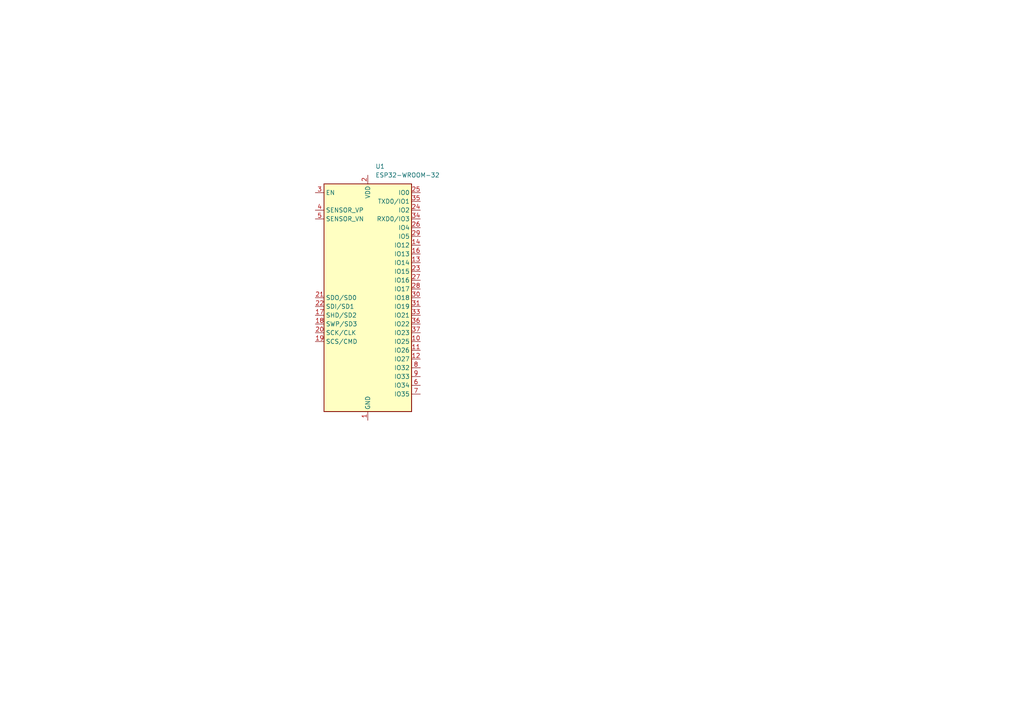
<source format=kicad_sch>
(kicad_sch (version 20231120) (generator "eeschema") (generator_version "8.0")
  (paper "A4")
  (lib_symbols
    (symbol "RF_Module:ESP32-WROOM-32"
      (property "Reference" "U" (at -12.7 34.29 0))
      (property "Value" "ESP32-WROOM-32" (at 1.27 34.29 0))
      (symbol "ESP32-WROOM-32_0_1"
        (rectangle (start -12.7 33.02) (end 12.7 -33.02) (stroke (width 0.254)) (fill (type background)))
      )
      (symbol "ESP32-WROOM-32_1_1"
        (pin power_in line (at 0 -35.56 90) (length 2.54) (name "GND") (number "1"))
        (pin bidirectional line (at 15.24 -12.7 180) (length 2.54) (name "IO25") (number "10"))
        (pin bidirectional line (at 15.24 -15.24 180) (length 2.54) (name "IO26") (number "11"))
        (pin bidirectional line (at 15.24 -17.78 180) (length 2.54) (name "IO27") (number "12"))
        (pin bidirectional line (at 15.24 10.16 180) (length 2.54) (name "IO14") (number "13"))
        (pin bidirectional line (at 15.24 15.24 180) (length 2.54) (name "IO12") (number "14"))
        (pin passive line (at 0 -35.56 90) (length 2.54) hide (name "GND") (number "15"))
        (pin bidirectional line (at 15.24 12.7 180) (length 2.54) (name "IO13") (number "16"))
        (pin bidirectional line (at -15.24 -5.08 0) (length 2.54) (name "SHD/SD2") (number "17"))
        (pin bidirectional line (at -15.24 -7.62 0) (length 2.54) (name "SWP/SD3") (number "18"))
        (pin bidirectional line (at -15.24 -12.7 0) (length 2.54) (name "SCS/CMD") (number "19"))
        (pin power_in line (at 0 35.56 270) (length 2.54) (name "VDD") (number "2"))
        (pin bidirectional line (at -15.24 -10.16 0) (length 2.54) (name "SCK/CLK") (number "20"))
        (pin bidirectional line (at -15.24 0 0) (length 2.54) (name "SDO/SD0") (number "21"))
        (pin bidirectional line (at -15.24 -2.54 0) (length 2.54) (name "SDI/SD1") (number "22"))
        (pin bidirectional line (at 15.24 7.62 180) (length 2.54) (name "IO15") (number "23"))
        (pin bidirectional line (at 15.24 25.4 180) (length 2.54) (name "IO2") (number "24"))
        (pin bidirectional line (at 15.24 30.48 180) (length 2.54) (name "IO0") (number "25"))
        (pin bidirectional line (at 15.24 20.32 180) (length 2.54) (name "IO4") (number "26"))
        (pin bidirectional line (at 15.24 5.08 180) (length 2.54) (name "IO16") (number "27"))
        (pin bidirectional line (at 15.24 2.54 180) (length 2.54) (name "IO17") (number "28"))
        (pin bidirectional line (at 15.24 17.78 180) (length 2.54) (name "IO5") (number "29"))
        (pin input line (at -15.24 30.48 0) (length 2.54) (name "EN") (number "3"))
        (pin bidirectional line (at 15.24 0 180) (length 2.54) (name "IO18") (number "30"))
        (pin bidirectional line (at 15.24 -2.54 180) (length 2.54) (name "IO19") (number "31"))
        (pin no_connect line (at -12.7 -27.94 0) (length 2.54) hide (name "NC") (number "32"))
        (pin bidirectional line (at 15.24 -5.08 180) (length 2.54) (name "IO21") (number "33"))
        (pin bidirectional line (at 15.24 22.86 180) (length 2.54) (name "RXD0/IO3") (number "34"))
        (pin bidirectional line (at 15.24 27.94 180) (length 2.54) (name "TXD0/IO1") (number "35"))
        (pin bidirectional line (at 15.24 -7.62 180) (length 2.54) (name "IO22") (number "36"))
        (pin bidirectional line (at 15.24 -10.16 180) (length 2.54) (name "IO23") (number "37"))
        (pin passive line (at 0 -35.56 90) (length 2.54) hide (name "GND") (number "38"))
        (pin passive line (at 0 -35.56 90) (length 2.54) hide (name "GND") (number "39"))
        (pin input line (at -15.24 25.4 0) (length 2.54) (name "SENSOR_VP") (number "4"))
        (pin input line (at -15.24 22.86 0) (length 2.54) (name "SENSOR_VN") (number "5"))
        (pin input line (at 15.24 -25.4 180) (length 2.54) (name "IO34") (number "6"))
        (pin input line (at 15.24 -27.94 180) (length 2.54) (name "IO35") (number "7"))
        (pin bidirectional line (at 15.24 -20.32 180) (length 2.54) (name "IO32") (number "8"))
        (pin bidirectional line (at 15.24 -22.86 180) (length 2.54) (name "IO33") (number "9"))
      )
    )
  )
  (symbol (lib_id "RF_Module:ESP32-WROOM-32") (at 106.68 86.36 0) (unit 1)
    (property "Reference" "U1" (at 108.8741 48.26 0) (effects (justify left)))
    (property "Value" "ESP32-WROOM-32" (at 108.8741 50.8 0) (effects (justify left)))
    (property "Footprint" "RF_Module:ESP32-WROOM-32" (effects (hide yes)))
    (property "Datasheet" "https://www.espressif.com/sites/default/files/documentation/esp32-wroom-32_datasheet_en.pdf" (effects (hide yes)))
    (property "Description" "RF Module, ESP32-D0WDQ6 SoC, Wi-Fi 802.11b/g/n, Bluetooth, BLE, 32-bit, 2.7-3.6V, onboard antenna, SMD" (effects (hide yes)))
  )
)
</source>
